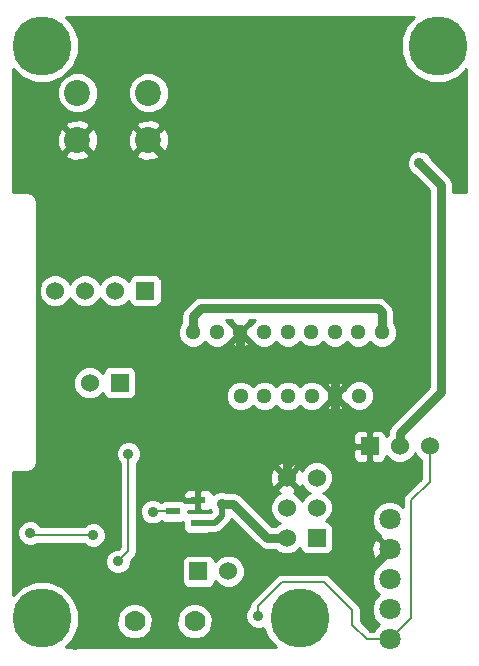
<source format=gbl>
G04 (created by PCBNEW (2013-03-19 BZR 4004)-stable) date 27/05/2013 10:57:22*
%MOIN*%
G04 Gerber Fmt 3.4, Leading zero omitted, Abs format*
%FSLAX34Y34*%
G01*
G70*
G90*
G04 APERTURE LIST*
%ADD10C,2.3622e-006*%
%ADD11C,0.0512*%
%ADD12C,0.0866*%
%ADD13R,0.06X0.06*%
%ADD14C,0.06*%
%ADD15C,0.1969*%
%ADD16C,0.07*%
%ADD17C,0.0708661*%
%ADD18R,0.0512X0.0236*%
%ADD19C,0.035*%
%ADD20C,0.0295*%
%ADD21C,0.0197*%
%ADD22C,0.008*%
%ADD23C,0.01*%
G04 APERTURE END LIST*
G54D10*
G54D11*
X47460Y-35656D03*
X46673Y-35656D03*
X45885Y-35656D03*
X48247Y-35656D03*
X49035Y-35656D03*
X49822Y-35646D03*
G54D12*
X42803Y-25555D03*
X42803Y-27129D03*
X40441Y-25555D03*
X40441Y-27129D03*
G54D13*
X48410Y-40390D03*
G54D14*
X47410Y-40390D03*
X48410Y-39390D03*
X47410Y-39390D03*
X48410Y-38390D03*
X47410Y-38390D03*
G54D15*
X52449Y-23980D03*
X47842Y-43074D03*
X39256Y-43074D03*
X39260Y-23980D03*
G54D16*
X42342Y-43172D03*
X44342Y-43172D03*
G54D13*
X44470Y-41500D03*
G54D14*
X45470Y-41500D03*
G54D13*
X42694Y-32152D03*
G54D14*
X41694Y-32152D03*
X40694Y-32152D03*
X39694Y-32152D03*
G54D11*
X45871Y-33540D03*
X45084Y-33540D03*
X44296Y-33540D03*
X46658Y-33540D03*
X47446Y-33540D03*
X48233Y-33530D03*
X49016Y-33540D03*
X49804Y-33540D03*
X50591Y-33540D03*
G54D13*
X41842Y-35218D03*
G54D14*
X40842Y-35218D03*
G54D13*
X50178Y-37332D03*
G54D14*
X51178Y-37332D03*
X52178Y-37332D03*
G54D17*
X50850Y-41770D03*
X50850Y-42770D03*
X50850Y-43770D03*
X50850Y-40770D03*
X50850Y-39770D03*
G54D18*
X43631Y-39508D03*
X44457Y-39883D03*
X44457Y-39133D03*
G54D19*
X45246Y-39244D03*
X51840Y-27900D03*
X38864Y-40222D03*
X40962Y-40296D03*
X46462Y-42988D03*
X42140Y-37584D03*
X41788Y-41174D03*
X43624Y-38340D03*
X43950Y-32210D03*
X50620Y-36370D03*
X38414Y-40870D03*
X46530Y-43870D03*
X46362Y-41244D03*
X43570Y-33800D03*
X41270Y-34050D03*
X39536Y-37786D03*
X49016Y-31328D03*
X51740Y-31710D03*
X46350Y-26170D03*
X47280Y-27030D03*
X45570Y-27050D03*
X47180Y-25350D03*
X45570Y-25330D03*
X40370Y-43954D03*
X41664Y-37836D03*
X41126Y-41494D03*
X44220Y-28020D03*
X42946Y-39516D03*
G54D20*
X50591Y-33540D02*
X50591Y-32871D01*
X50591Y-32871D02*
X50460Y-32740D01*
X50460Y-32740D02*
X44560Y-32740D01*
X44560Y-32740D02*
X44296Y-33004D01*
X44296Y-33004D02*
X44296Y-33540D01*
G54D21*
X44457Y-39883D02*
X45021Y-39883D01*
X45246Y-39658D02*
X45246Y-39244D01*
X45021Y-39883D02*
X45246Y-39658D01*
G54D20*
X46760Y-40390D02*
X45614Y-39244D01*
X47410Y-40390D02*
X46760Y-40390D01*
X45614Y-39244D02*
X45246Y-39244D01*
X52560Y-35520D02*
X51178Y-36902D01*
X52560Y-28620D02*
X51840Y-27900D01*
X52560Y-35520D02*
X52560Y-28620D01*
X51178Y-36902D02*
X51178Y-37332D01*
G54D22*
X38864Y-40222D02*
X38938Y-40296D01*
X38938Y-40296D02*
X40962Y-40296D01*
X51570Y-39138D02*
X52178Y-38530D01*
X52178Y-38530D02*
X52178Y-37332D01*
X50850Y-43770D02*
X51570Y-43050D01*
X51570Y-43050D02*
X51570Y-39138D01*
X51570Y-39138D02*
X51570Y-39136D01*
X47250Y-41868D02*
X48028Y-41868D01*
X46462Y-42656D02*
X47250Y-41868D01*
X46462Y-42988D02*
X46462Y-42656D01*
X50084Y-43770D02*
X50850Y-43770D01*
X49596Y-43282D02*
X50084Y-43770D01*
X49596Y-42806D02*
X49596Y-43282D01*
X48658Y-41868D02*
X49596Y-42806D01*
X48028Y-41868D02*
X48658Y-41868D01*
X42140Y-40822D02*
X42140Y-37584D01*
X41788Y-41174D02*
X42140Y-40822D01*
G54D21*
X44457Y-39133D02*
X44457Y-38613D01*
X44184Y-38340D02*
X43624Y-38340D01*
X44457Y-38613D02*
X44184Y-38340D01*
G54D20*
X40662Y-40870D02*
X41126Y-41334D01*
X40662Y-40870D02*
X38414Y-40870D01*
X41126Y-41334D02*
X41126Y-41494D01*
X45320Y-42350D02*
X45320Y-43088D01*
X41126Y-41910D02*
X41566Y-42350D01*
X41566Y-42350D02*
X45320Y-42350D01*
X41126Y-41494D02*
X41126Y-41910D01*
X46102Y-43870D02*
X46530Y-43870D01*
X45320Y-43088D02*
X46102Y-43870D01*
X50348Y-41272D02*
X50850Y-40770D01*
X46390Y-41272D02*
X50348Y-41272D01*
X46362Y-41244D02*
X46390Y-41272D01*
X43570Y-34500D02*
X43570Y-33800D01*
X42386Y-34500D02*
X43570Y-34500D01*
X43570Y-34500D02*
X45712Y-34500D01*
X45712Y-34500D02*
X45871Y-34341D01*
X44220Y-28020D02*
X43694Y-28020D01*
X43694Y-28020D02*
X42803Y-27129D01*
X41260Y-34500D02*
X41260Y-34060D01*
X41260Y-34060D02*
X41270Y-34050D01*
X40148Y-34500D02*
X41260Y-34500D01*
X41260Y-34500D02*
X42386Y-34500D01*
X39536Y-35112D02*
X40148Y-34500D01*
X39536Y-37786D02*
X39536Y-35112D01*
X49016Y-31328D02*
X51358Y-31328D01*
X51358Y-31328D02*
X51740Y-31710D01*
X41126Y-41494D02*
X41126Y-43198D01*
X41126Y-43198D02*
X40370Y-43954D01*
X42386Y-34496D02*
X42386Y-34500D01*
X44200Y-28000D02*
X44220Y-28020D01*
X47410Y-38390D02*
X47410Y-37942D01*
X49035Y-36631D02*
X49035Y-35656D01*
X48526Y-37140D02*
X49035Y-36631D01*
X48212Y-37140D02*
X48526Y-37140D01*
X47410Y-37942D02*
X48212Y-37140D01*
X49035Y-35656D02*
X49035Y-34815D01*
X49035Y-34815D02*
X48910Y-34690D01*
X48910Y-34690D02*
X46220Y-34690D01*
X46220Y-34690D02*
X45871Y-34341D01*
X45871Y-34341D02*
X45871Y-33540D01*
G54D22*
X43631Y-39508D02*
X42954Y-39508D01*
X42954Y-39508D02*
X42946Y-39516D01*
G54D10*
G36*
X53403Y-28871D02*
X52957Y-28871D01*
X52957Y-28620D01*
X52957Y-28619D01*
X52927Y-28467D01*
X52927Y-28467D01*
X52898Y-28425D01*
X52841Y-28338D01*
X52841Y-28338D01*
X52227Y-27725D01*
X52200Y-27659D01*
X52081Y-27539D01*
X51924Y-27475D01*
X51755Y-27474D01*
X51599Y-27539D01*
X51479Y-27658D01*
X51415Y-27815D01*
X51414Y-27984D01*
X51479Y-28140D01*
X51598Y-28260D01*
X51665Y-28287D01*
X52162Y-28784D01*
X52162Y-35355D01*
X51097Y-36420D01*
X51097Y-33439D01*
X51020Y-33253D01*
X50989Y-33221D01*
X50989Y-32871D01*
X50963Y-32744D01*
X50958Y-32719D01*
X50958Y-32719D01*
X50872Y-32590D01*
X50741Y-32458D01*
X50612Y-32372D01*
X50586Y-32367D01*
X50460Y-32342D01*
X44560Y-32342D01*
X44433Y-32367D01*
X44407Y-32372D01*
X44278Y-32458D01*
X44014Y-32722D01*
X43928Y-32851D01*
X43923Y-32877D01*
X43898Y-33004D01*
X43898Y-33221D01*
X43867Y-33253D01*
X43790Y-33438D01*
X43789Y-33640D01*
X43866Y-33826D01*
X44009Y-33968D01*
X44194Y-34045D01*
X44396Y-34046D01*
X44582Y-33969D01*
X44690Y-33861D01*
X44797Y-33968D01*
X44982Y-34045D01*
X45184Y-34046D01*
X45370Y-33969D01*
X45512Y-33827D01*
X45514Y-33822D01*
X45516Y-33823D01*
X45800Y-33540D01*
X45516Y-33256D01*
X45514Y-33257D01*
X45513Y-33253D01*
X45397Y-33137D01*
X45599Y-33137D01*
X45587Y-33185D01*
X45871Y-33469D01*
X46154Y-33185D01*
X46142Y-33137D01*
X46344Y-33137D01*
X46229Y-33253D01*
X46227Y-33257D01*
X46225Y-33256D01*
X45941Y-33540D01*
X46225Y-33823D01*
X46227Y-33822D01*
X46228Y-33826D01*
X46371Y-33968D01*
X46556Y-34045D01*
X46758Y-34046D01*
X46944Y-33969D01*
X47052Y-33861D01*
X47159Y-33968D01*
X47344Y-34045D01*
X47546Y-34046D01*
X47732Y-33969D01*
X47844Y-33857D01*
X47946Y-33958D01*
X48131Y-34035D01*
X48333Y-34036D01*
X48519Y-33959D01*
X48620Y-33858D01*
X48729Y-33968D01*
X48915Y-34045D01*
X49117Y-34046D01*
X49303Y-33969D01*
X49410Y-33861D01*
X49517Y-33968D01*
X49703Y-34045D01*
X49904Y-34046D01*
X50090Y-33969D01*
X50198Y-33861D01*
X50304Y-33968D01*
X50490Y-34045D01*
X50691Y-34046D01*
X50877Y-33969D01*
X51020Y-33827D01*
X51097Y-33641D01*
X51097Y-33439D01*
X51097Y-36420D01*
X50896Y-36620D01*
X50810Y-36749D01*
X50805Y-36775D01*
X50780Y-36902D01*
X50780Y-36951D01*
X50727Y-37004D01*
X50727Y-36982D01*
X50689Y-36890D01*
X50619Y-36819D01*
X50527Y-36781D01*
X50328Y-36781D01*
X50328Y-35545D01*
X50251Y-35359D01*
X50109Y-35217D01*
X49923Y-35140D01*
X49721Y-35139D01*
X49535Y-35216D01*
X49393Y-35359D01*
X49386Y-35375D01*
X49318Y-35443D01*
X49318Y-35301D01*
X49296Y-35211D01*
X49106Y-35145D01*
X48905Y-35156D01*
X48773Y-35211D01*
X48751Y-35301D01*
X49035Y-35585D01*
X49318Y-35301D01*
X49318Y-35443D01*
X49105Y-35656D01*
X49389Y-35939D01*
X49397Y-35937D01*
X49535Y-36074D01*
X49720Y-36151D01*
X49922Y-36152D01*
X50108Y-36075D01*
X50250Y-35933D01*
X50327Y-35747D01*
X50328Y-35545D01*
X50328Y-36781D01*
X50290Y-36782D01*
X50228Y-36844D01*
X50228Y-37282D01*
X50235Y-37282D01*
X50235Y-37382D01*
X50228Y-37382D01*
X50228Y-37819D01*
X50290Y-37882D01*
X50527Y-37882D01*
X50619Y-37844D01*
X50689Y-37773D01*
X50727Y-37681D01*
X50727Y-37659D01*
X50866Y-37797D01*
X51068Y-37881D01*
X51286Y-37882D01*
X51489Y-37798D01*
X51643Y-37643D01*
X51677Y-37562D01*
X51711Y-37643D01*
X51866Y-37797D01*
X51888Y-37807D01*
X51888Y-38409D01*
X51370Y-38926D01*
X51364Y-38930D01*
X51302Y-39025D01*
X51280Y-39136D01*
X51280Y-39138D01*
X51280Y-39345D01*
X51192Y-39257D01*
X50970Y-39165D01*
X50730Y-39165D01*
X50508Y-39257D01*
X50337Y-39427D01*
X50245Y-39649D01*
X50245Y-39889D01*
X50337Y-40111D01*
X50507Y-40282D01*
X50515Y-40285D01*
X50495Y-40344D01*
X50850Y-40699D01*
X50855Y-40693D01*
X50926Y-40764D01*
X50920Y-40770D01*
X50926Y-40775D01*
X50855Y-40846D01*
X50850Y-40840D01*
X50779Y-40911D01*
X50779Y-40770D01*
X50424Y-40415D01*
X50323Y-40449D01*
X50241Y-40675D01*
X50251Y-40915D01*
X50323Y-41090D01*
X50424Y-41124D01*
X50779Y-40770D01*
X50779Y-40911D01*
X50495Y-41195D01*
X50515Y-41254D01*
X50508Y-41257D01*
X50337Y-41427D01*
X50245Y-41649D01*
X50245Y-41889D01*
X50337Y-42111D01*
X50495Y-42270D01*
X50337Y-42427D01*
X50245Y-42649D01*
X50245Y-42889D01*
X50337Y-43111D01*
X50495Y-43270D01*
X50337Y-43427D01*
X50316Y-43480D01*
X50204Y-43480D01*
X50128Y-43403D01*
X50128Y-37819D01*
X50128Y-37382D01*
X50128Y-37282D01*
X50128Y-36844D01*
X50065Y-36782D01*
X49828Y-36781D01*
X49736Y-36819D01*
X49666Y-36890D01*
X49628Y-36982D01*
X49627Y-37081D01*
X49628Y-37219D01*
X49690Y-37282D01*
X50128Y-37282D01*
X50128Y-37382D01*
X49690Y-37382D01*
X49628Y-37444D01*
X49627Y-37582D01*
X49628Y-37681D01*
X49666Y-37773D01*
X49736Y-37844D01*
X49828Y-37882D01*
X50065Y-37882D01*
X50128Y-37819D01*
X50128Y-43403D01*
X49886Y-43161D01*
X49886Y-42806D01*
X49863Y-42695D01*
X49801Y-42600D01*
X49318Y-42118D01*
X49318Y-36010D01*
X49035Y-35726D01*
X48964Y-35797D01*
X48964Y-35656D01*
X48680Y-35372D01*
X48677Y-35373D01*
X48676Y-35369D01*
X48534Y-35227D01*
X48348Y-35150D01*
X48146Y-35149D01*
X47960Y-35226D01*
X47853Y-35333D01*
X47747Y-35227D01*
X47561Y-35150D01*
X47359Y-35149D01*
X47173Y-35226D01*
X47066Y-35333D01*
X46960Y-35227D01*
X46774Y-35150D01*
X46572Y-35149D01*
X46386Y-35226D01*
X46278Y-35334D01*
X46172Y-35227D01*
X46154Y-35219D01*
X46154Y-33894D01*
X45871Y-33610D01*
X45587Y-33894D01*
X45609Y-33984D01*
X45799Y-34050D01*
X46000Y-34039D01*
X46132Y-33984D01*
X46154Y-33894D01*
X46154Y-35219D01*
X45986Y-35150D01*
X45784Y-35149D01*
X45598Y-35226D01*
X45456Y-35369D01*
X45379Y-35554D01*
X45378Y-35756D01*
X45455Y-35942D01*
X45598Y-36084D01*
X45783Y-36161D01*
X45985Y-36162D01*
X46171Y-36085D01*
X46279Y-35977D01*
X46386Y-36084D01*
X46571Y-36161D01*
X46773Y-36162D01*
X46959Y-36085D01*
X47066Y-35978D01*
X47173Y-36084D01*
X47358Y-36161D01*
X47560Y-36162D01*
X47746Y-36085D01*
X47853Y-35978D01*
X47960Y-36084D01*
X48145Y-36161D01*
X48347Y-36162D01*
X48533Y-36085D01*
X48675Y-35943D01*
X48677Y-35938D01*
X48680Y-35939D01*
X48964Y-35656D01*
X48964Y-35797D01*
X48751Y-36010D01*
X48773Y-36100D01*
X48963Y-36166D01*
X49164Y-36155D01*
X49296Y-36100D01*
X49318Y-36010D01*
X49318Y-42118D01*
X48960Y-41759D01*
X48960Y-39281D01*
X48876Y-39078D01*
X48721Y-38924D01*
X48640Y-38890D01*
X48721Y-38856D01*
X48875Y-38701D01*
X48959Y-38499D01*
X48960Y-38281D01*
X48876Y-38078D01*
X48721Y-37924D01*
X48519Y-37840D01*
X48301Y-37839D01*
X48098Y-37923D01*
X47944Y-38078D01*
X47912Y-38153D01*
X47891Y-38102D01*
X47795Y-38074D01*
X47725Y-38145D01*
X47725Y-38004D01*
X47697Y-37908D01*
X47491Y-37835D01*
X47273Y-37846D01*
X47122Y-37908D01*
X47094Y-38004D01*
X47410Y-38319D01*
X47725Y-38004D01*
X47725Y-38145D01*
X47480Y-38390D01*
X47795Y-38705D01*
X47891Y-38677D01*
X47910Y-38622D01*
X47943Y-38701D01*
X48098Y-38855D01*
X48179Y-38889D01*
X48098Y-38923D01*
X47944Y-39078D01*
X47910Y-39159D01*
X47876Y-39078D01*
X47721Y-38924D01*
X47646Y-38892D01*
X47697Y-38871D01*
X47725Y-38775D01*
X47410Y-38460D01*
X47339Y-38531D01*
X47339Y-38390D01*
X47024Y-38074D01*
X46928Y-38102D01*
X46855Y-38308D01*
X46866Y-38526D01*
X46928Y-38677D01*
X47024Y-38705D01*
X47339Y-38390D01*
X47339Y-38531D01*
X47094Y-38775D01*
X47122Y-38871D01*
X47177Y-38890D01*
X47098Y-38923D01*
X46944Y-39078D01*
X46860Y-39280D01*
X46859Y-39498D01*
X46943Y-39701D01*
X47098Y-39855D01*
X47179Y-39889D01*
X47098Y-39923D01*
X47029Y-39992D01*
X46924Y-39992D01*
X45895Y-38962D01*
X45766Y-38876D01*
X45740Y-38871D01*
X45614Y-38846D01*
X45396Y-38846D01*
X45330Y-38819D01*
X45161Y-38818D01*
X45005Y-38883D01*
X44951Y-38937D01*
X44925Y-38873D01*
X44854Y-38803D01*
X44762Y-38765D01*
X44663Y-38764D01*
X44569Y-38765D01*
X44507Y-38827D01*
X44507Y-39083D01*
X44514Y-39083D01*
X44514Y-39183D01*
X44507Y-39183D01*
X44507Y-39438D01*
X44569Y-39501D01*
X44663Y-39501D01*
X44762Y-39500D01*
X44854Y-39462D01*
X44870Y-39447D01*
X44885Y-39484D01*
X44897Y-39496D01*
X44897Y-39513D01*
X44876Y-39534D01*
X44809Y-39534D01*
X44762Y-39515D01*
X44663Y-39514D01*
X44151Y-39514D01*
X44137Y-39520D01*
X44137Y-39495D01*
X44151Y-39500D01*
X44250Y-39501D01*
X44344Y-39501D01*
X44407Y-39438D01*
X44407Y-39183D01*
X44407Y-39083D01*
X44407Y-38827D01*
X44344Y-38765D01*
X44250Y-38764D01*
X44151Y-38765D01*
X44059Y-38803D01*
X43988Y-38873D01*
X43950Y-38965D01*
X43951Y-39020D01*
X44013Y-39083D01*
X44407Y-39083D01*
X44407Y-39183D01*
X44033Y-39183D01*
X44028Y-39178D01*
X43936Y-39140D01*
X43837Y-39139D01*
X43490Y-39139D01*
X43490Y-27242D01*
X43486Y-27121D01*
X43486Y-25419D01*
X43382Y-25168D01*
X43190Y-24976D01*
X42939Y-24872D01*
X42667Y-24871D01*
X42416Y-24975D01*
X42224Y-25167D01*
X42120Y-25418D01*
X42119Y-25690D01*
X42223Y-25941D01*
X42415Y-26133D01*
X42666Y-26237D01*
X42938Y-26238D01*
X43189Y-26134D01*
X43381Y-25942D01*
X43485Y-25691D01*
X43486Y-25419D01*
X43486Y-27121D01*
X43481Y-26970D01*
X43394Y-26761D01*
X43285Y-26717D01*
X43214Y-26788D01*
X43214Y-26646D01*
X43170Y-26537D01*
X42916Y-26441D01*
X42644Y-26450D01*
X42435Y-26537D01*
X42391Y-26646D01*
X42803Y-27058D01*
X43214Y-26646D01*
X43214Y-26788D01*
X42873Y-27129D01*
X43285Y-27540D01*
X43394Y-27496D01*
X43490Y-27242D01*
X43490Y-39139D01*
X43325Y-39139D01*
X43244Y-39173D01*
X43244Y-32402D01*
X43244Y-31802D01*
X43214Y-31730D01*
X43214Y-27611D01*
X42803Y-27199D01*
X42732Y-27270D01*
X42732Y-27129D01*
X42320Y-26717D01*
X42211Y-26761D01*
X42115Y-27015D01*
X42124Y-27287D01*
X42211Y-27496D01*
X42320Y-27540D01*
X42732Y-27129D01*
X42732Y-27270D01*
X42391Y-27611D01*
X42435Y-27720D01*
X42689Y-27816D01*
X42961Y-27807D01*
X43170Y-27720D01*
X43214Y-27611D01*
X43214Y-31730D01*
X43206Y-31710D01*
X43135Y-31640D01*
X43043Y-31602D01*
X42944Y-31601D01*
X42344Y-31601D01*
X42252Y-31639D01*
X42182Y-31710D01*
X42144Y-31802D01*
X42144Y-31824D01*
X42005Y-31686D01*
X41803Y-31602D01*
X41585Y-31601D01*
X41382Y-31685D01*
X41228Y-31840D01*
X41194Y-31921D01*
X41160Y-31840D01*
X41128Y-31808D01*
X41128Y-27242D01*
X41124Y-27121D01*
X41124Y-25419D01*
X41020Y-25168D01*
X40828Y-24976D01*
X40577Y-24872D01*
X40305Y-24871D01*
X40054Y-24975D01*
X39862Y-25167D01*
X39758Y-25418D01*
X39757Y-25690D01*
X39861Y-25941D01*
X40053Y-26133D01*
X40304Y-26237D01*
X40576Y-26238D01*
X40827Y-26134D01*
X41019Y-25942D01*
X41123Y-25691D01*
X41124Y-25419D01*
X41124Y-27121D01*
X41119Y-26970D01*
X41032Y-26761D01*
X40923Y-26717D01*
X40852Y-26788D01*
X40852Y-26646D01*
X40808Y-26537D01*
X40554Y-26441D01*
X40282Y-26450D01*
X40073Y-26537D01*
X40029Y-26646D01*
X40441Y-27058D01*
X40852Y-26646D01*
X40852Y-26788D01*
X40511Y-27129D01*
X40923Y-27540D01*
X41032Y-27496D01*
X41128Y-27242D01*
X41128Y-31808D01*
X41005Y-31686D01*
X40852Y-31622D01*
X40852Y-27611D01*
X40441Y-27199D01*
X40370Y-27270D01*
X40370Y-27129D01*
X39958Y-26717D01*
X39849Y-26761D01*
X39753Y-27015D01*
X39762Y-27287D01*
X39849Y-27496D01*
X39958Y-27540D01*
X40370Y-27129D01*
X40370Y-27270D01*
X40029Y-27611D01*
X40073Y-27720D01*
X40327Y-27816D01*
X40599Y-27807D01*
X40808Y-27720D01*
X40852Y-27611D01*
X40852Y-31622D01*
X40803Y-31602D01*
X40585Y-31601D01*
X40382Y-31685D01*
X40228Y-31840D01*
X40194Y-31921D01*
X40160Y-31840D01*
X40005Y-31686D01*
X39803Y-31602D01*
X39585Y-31601D01*
X39382Y-31685D01*
X39228Y-31840D01*
X39144Y-32042D01*
X39143Y-32260D01*
X39227Y-32463D01*
X39382Y-32617D01*
X39584Y-32701D01*
X39802Y-32702D01*
X40005Y-32618D01*
X40159Y-32463D01*
X40193Y-32382D01*
X40227Y-32463D01*
X40382Y-32617D01*
X40584Y-32701D01*
X40802Y-32702D01*
X41005Y-32618D01*
X41159Y-32463D01*
X41193Y-32382D01*
X41227Y-32463D01*
X41382Y-32617D01*
X41584Y-32701D01*
X41802Y-32702D01*
X42005Y-32618D01*
X42143Y-32479D01*
X42143Y-32501D01*
X42181Y-32593D01*
X42252Y-32663D01*
X42344Y-32701D01*
X42443Y-32702D01*
X43043Y-32702D01*
X43135Y-32664D01*
X43205Y-32593D01*
X43243Y-32501D01*
X43244Y-32402D01*
X43244Y-39173D01*
X43233Y-39177D01*
X43221Y-39190D01*
X43187Y-39155D01*
X43030Y-39091D01*
X42861Y-39090D01*
X42705Y-39155D01*
X42585Y-39274D01*
X42565Y-39325D01*
X42565Y-37499D01*
X42500Y-37343D01*
X42392Y-37234D01*
X42392Y-35468D01*
X42392Y-34868D01*
X42354Y-34776D01*
X42283Y-34706D01*
X42191Y-34668D01*
X42092Y-34667D01*
X41492Y-34667D01*
X41400Y-34705D01*
X41330Y-34776D01*
X41292Y-34868D01*
X41292Y-34890D01*
X41153Y-34752D01*
X40951Y-34668D01*
X40733Y-34667D01*
X40530Y-34751D01*
X40376Y-34906D01*
X40292Y-35108D01*
X40291Y-35326D01*
X40375Y-35529D01*
X40530Y-35683D01*
X40732Y-35767D01*
X40950Y-35768D01*
X41153Y-35684D01*
X41291Y-35545D01*
X41291Y-35567D01*
X41329Y-35659D01*
X41400Y-35729D01*
X41492Y-35767D01*
X41591Y-35768D01*
X42191Y-35768D01*
X42283Y-35730D01*
X42353Y-35659D01*
X42391Y-35567D01*
X42392Y-35468D01*
X42392Y-37234D01*
X42381Y-37223D01*
X42224Y-37159D01*
X42055Y-37158D01*
X41899Y-37223D01*
X41779Y-37342D01*
X41715Y-37499D01*
X41714Y-37668D01*
X41779Y-37824D01*
X41850Y-37895D01*
X41850Y-40701D01*
X41802Y-40749D01*
X41703Y-40748D01*
X41547Y-40813D01*
X41427Y-40932D01*
X41387Y-41031D01*
X41387Y-40211D01*
X41322Y-40055D01*
X41203Y-39935D01*
X41046Y-39871D01*
X40877Y-39870D01*
X40721Y-39935D01*
X40650Y-40006D01*
X39234Y-40006D01*
X39224Y-39981D01*
X39105Y-39861D01*
X38948Y-39797D01*
X38779Y-39796D01*
X38623Y-39861D01*
X38503Y-39980D01*
X38439Y-40137D01*
X38438Y-40306D01*
X38503Y-40462D01*
X38622Y-40582D01*
X38779Y-40646D01*
X38948Y-40647D01*
X39095Y-40586D01*
X40650Y-40586D01*
X40720Y-40656D01*
X40877Y-40720D01*
X41046Y-40721D01*
X41202Y-40656D01*
X41322Y-40537D01*
X41386Y-40380D01*
X41387Y-40211D01*
X41387Y-41031D01*
X41363Y-41089D01*
X41362Y-41258D01*
X41427Y-41414D01*
X41546Y-41534D01*
X41703Y-41598D01*
X41872Y-41599D01*
X42028Y-41534D01*
X42148Y-41415D01*
X42212Y-41258D01*
X42213Y-41159D01*
X42345Y-41027D01*
X42407Y-40932D01*
X42430Y-40822D01*
X42430Y-37895D01*
X42500Y-37825D01*
X42564Y-37668D01*
X42565Y-37499D01*
X42565Y-39325D01*
X42521Y-39431D01*
X42520Y-39600D01*
X42585Y-39756D01*
X42704Y-39876D01*
X42861Y-39940D01*
X43030Y-39941D01*
X43186Y-39876D01*
X43229Y-39833D01*
X43233Y-39837D01*
X43325Y-39875D01*
X43424Y-39876D01*
X43936Y-39876D01*
X43950Y-39870D01*
X43950Y-40050D01*
X43988Y-40142D01*
X44059Y-40212D01*
X44151Y-40250D01*
X44250Y-40251D01*
X44762Y-40251D01*
X44809Y-40231D01*
X45021Y-40231D01*
X45154Y-40204D01*
X45154Y-40204D01*
X45267Y-40129D01*
X45492Y-39904D01*
X45567Y-39791D01*
X45567Y-39791D01*
X45573Y-39765D01*
X46478Y-40671D01*
X46478Y-40671D01*
X46565Y-40728D01*
X46607Y-40757D01*
X46607Y-40757D01*
X46760Y-40787D01*
X47029Y-40787D01*
X47098Y-40855D01*
X47300Y-40939D01*
X47518Y-40940D01*
X47721Y-40856D01*
X47859Y-40717D01*
X47859Y-40739D01*
X47897Y-40831D01*
X47968Y-40901D01*
X48060Y-40939D01*
X48159Y-40940D01*
X48759Y-40940D01*
X48851Y-40902D01*
X48921Y-40831D01*
X48959Y-40739D01*
X48960Y-40640D01*
X48960Y-40040D01*
X48922Y-39948D01*
X48851Y-39878D01*
X48759Y-39840D01*
X48737Y-39840D01*
X48875Y-39701D01*
X48959Y-39499D01*
X48960Y-39281D01*
X48960Y-41759D01*
X48863Y-41662D01*
X48768Y-41600D01*
X48658Y-41578D01*
X48028Y-41578D01*
X47250Y-41578D01*
X47249Y-41578D01*
X47139Y-41600D01*
X47044Y-41662D01*
X47044Y-41662D01*
X46256Y-42450D01*
X46194Y-42545D01*
X46172Y-42656D01*
X46172Y-42676D01*
X46101Y-42746D01*
X46037Y-42903D01*
X46036Y-43072D01*
X46101Y-43228D01*
X46220Y-43348D01*
X46377Y-43412D01*
X46546Y-43413D01*
X46631Y-43377D01*
X46794Y-43772D01*
X47051Y-44029D01*
X46020Y-44029D01*
X46020Y-41391D01*
X45936Y-41188D01*
X45781Y-41034D01*
X45579Y-40950D01*
X45361Y-40949D01*
X45158Y-41033D01*
X45020Y-41172D01*
X45020Y-41150D01*
X44982Y-41058D01*
X44911Y-40988D01*
X44819Y-40950D01*
X44720Y-40949D01*
X44120Y-40949D01*
X44028Y-40987D01*
X43958Y-41058D01*
X43920Y-41150D01*
X43919Y-41249D01*
X43919Y-41849D01*
X43957Y-41941D01*
X44028Y-42011D01*
X44120Y-42049D01*
X44219Y-42050D01*
X44819Y-42050D01*
X44911Y-42012D01*
X44981Y-41941D01*
X45019Y-41849D01*
X45019Y-41827D01*
X45158Y-41965D01*
X45360Y-42049D01*
X45578Y-42050D01*
X45781Y-41966D01*
X45935Y-41811D01*
X46019Y-41609D01*
X46020Y-41391D01*
X46020Y-44029D01*
X44942Y-44029D01*
X44942Y-43053D01*
X44850Y-42832D01*
X44682Y-42663D01*
X44461Y-42572D01*
X44223Y-42571D01*
X44002Y-42663D01*
X43833Y-42831D01*
X43742Y-43052D01*
X43741Y-43290D01*
X43833Y-43511D01*
X44001Y-43680D01*
X44222Y-43771D01*
X44460Y-43772D01*
X44681Y-43680D01*
X44850Y-43512D01*
X44941Y-43291D01*
X44942Y-43053D01*
X44942Y-44029D01*
X42942Y-44029D01*
X42942Y-43053D01*
X42850Y-42832D01*
X42682Y-42663D01*
X42461Y-42572D01*
X42223Y-42571D01*
X42002Y-42663D01*
X41833Y-42831D01*
X41742Y-43052D01*
X41741Y-43290D01*
X41833Y-43511D01*
X42001Y-43680D01*
X42222Y-43771D01*
X42460Y-43772D01*
X42681Y-43680D01*
X42850Y-43512D01*
X42941Y-43291D01*
X42942Y-43053D01*
X42942Y-44029D01*
X40046Y-44029D01*
X40301Y-43774D01*
X40490Y-43320D01*
X40490Y-42829D01*
X40303Y-42375D01*
X39956Y-42028D01*
X39502Y-41839D01*
X39011Y-41839D01*
X38557Y-42026D01*
X38305Y-42279D01*
X38305Y-38183D01*
X38767Y-38183D01*
X38891Y-38158D01*
X38996Y-38087D01*
X39067Y-37982D01*
X39092Y-37858D01*
X39092Y-29196D01*
X39067Y-29071D01*
X38996Y-28966D01*
X38891Y-28895D01*
X38767Y-28871D01*
X38305Y-28871D01*
X38305Y-24770D01*
X38559Y-25025D01*
X39013Y-25214D01*
X39504Y-25214D01*
X39958Y-25027D01*
X40305Y-24680D01*
X40494Y-24226D01*
X40494Y-23735D01*
X40307Y-23281D01*
X40050Y-23025D01*
X51658Y-23025D01*
X51403Y-23279D01*
X51214Y-23733D01*
X51214Y-24224D01*
X51401Y-24678D01*
X51748Y-25025D01*
X52202Y-25214D01*
X52693Y-25214D01*
X53147Y-25027D01*
X53403Y-24771D01*
X53403Y-28871D01*
X53403Y-28871D01*
G37*
G54D23*
X53403Y-28871D02*
X52957Y-28871D01*
X52957Y-28620D01*
X52957Y-28619D01*
X52927Y-28467D01*
X52927Y-28467D01*
X52898Y-28425D01*
X52841Y-28338D01*
X52841Y-28338D01*
X52227Y-27725D01*
X52200Y-27659D01*
X52081Y-27539D01*
X51924Y-27475D01*
X51755Y-27474D01*
X51599Y-27539D01*
X51479Y-27658D01*
X51415Y-27815D01*
X51414Y-27984D01*
X51479Y-28140D01*
X51598Y-28260D01*
X51665Y-28287D01*
X52162Y-28784D01*
X52162Y-35355D01*
X51097Y-36420D01*
X51097Y-33439D01*
X51020Y-33253D01*
X50989Y-33221D01*
X50989Y-32871D01*
X50963Y-32744D01*
X50958Y-32719D01*
X50958Y-32719D01*
X50872Y-32590D01*
X50741Y-32458D01*
X50612Y-32372D01*
X50586Y-32367D01*
X50460Y-32342D01*
X44560Y-32342D01*
X44433Y-32367D01*
X44407Y-32372D01*
X44278Y-32458D01*
X44014Y-32722D01*
X43928Y-32851D01*
X43923Y-32877D01*
X43898Y-33004D01*
X43898Y-33221D01*
X43867Y-33253D01*
X43790Y-33438D01*
X43789Y-33640D01*
X43866Y-33826D01*
X44009Y-33968D01*
X44194Y-34045D01*
X44396Y-34046D01*
X44582Y-33969D01*
X44690Y-33861D01*
X44797Y-33968D01*
X44982Y-34045D01*
X45184Y-34046D01*
X45370Y-33969D01*
X45512Y-33827D01*
X45514Y-33822D01*
X45516Y-33823D01*
X45800Y-33540D01*
X45516Y-33256D01*
X45514Y-33257D01*
X45513Y-33253D01*
X45397Y-33137D01*
X45599Y-33137D01*
X45587Y-33185D01*
X45871Y-33469D01*
X46154Y-33185D01*
X46142Y-33137D01*
X46344Y-33137D01*
X46229Y-33253D01*
X46227Y-33257D01*
X46225Y-33256D01*
X45941Y-33540D01*
X46225Y-33823D01*
X46227Y-33822D01*
X46228Y-33826D01*
X46371Y-33968D01*
X46556Y-34045D01*
X46758Y-34046D01*
X46944Y-33969D01*
X47052Y-33861D01*
X47159Y-33968D01*
X47344Y-34045D01*
X47546Y-34046D01*
X47732Y-33969D01*
X47844Y-33857D01*
X47946Y-33958D01*
X48131Y-34035D01*
X48333Y-34036D01*
X48519Y-33959D01*
X48620Y-33858D01*
X48729Y-33968D01*
X48915Y-34045D01*
X49117Y-34046D01*
X49303Y-33969D01*
X49410Y-33861D01*
X49517Y-33968D01*
X49703Y-34045D01*
X49904Y-34046D01*
X50090Y-33969D01*
X50198Y-33861D01*
X50304Y-33968D01*
X50490Y-34045D01*
X50691Y-34046D01*
X50877Y-33969D01*
X51020Y-33827D01*
X51097Y-33641D01*
X51097Y-33439D01*
X51097Y-36420D01*
X50896Y-36620D01*
X50810Y-36749D01*
X50805Y-36775D01*
X50780Y-36902D01*
X50780Y-36951D01*
X50727Y-37004D01*
X50727Y-36982D01*
X50689Y-36890D01*
X50619Y-36819D01*
X50527Y-36781D01*
X50328Y-36781D01*
X50328Y-35545D01*
X50251Y-35359D01*
X50109Y-35217D01*
X49923Y-35140D01*
X49721Y-35139D01*
X49535Y-35216D01*
X49393Y-35359D01*
X49386Y-35375D01*
X49318Y-35443D01*
X49318Y-35301D01*
X49296Y-35211D01*
X49106Y-35145D01*
X48905Y-35156D01*
X48773Y-35211D01*
X48751Y-35301D01*
X49035Y-35585D01*
X49318Y-35301D01*
X49318Y-35443D01*
X49105Y-35656D01*
X49389Y-35939D01*
X49397Y-35937D01*
X49535Y-36074D01*
X49720Y-36151D01*
X49922Y-36152D01*
X50108Y-36075D01*
X50250Y-35933D01*
X50327Y-35747D01*
X50328Y-35545D01*
X50328Y-36781D01*
X50290Y-36782D01*
X50228Y-36844D01*
X50228Y-37282D01*
X50235Y-37282D01*
X50235Y-37382D01*
X50228Y-37382D01*
X50228Y-37819D01*
X50290Y-37882D01*
X50527Y-37882D01*
X50619Y-37844D01*
X50689Y-37773D01*
X50727Y-37681D01*
X50727Y-37659D01*
X50866Y-37797D01*
X51068Y-37881D01*
X51286Y-37882D01*
X51489Y-37798D01*
X51643Y-37643D01*
X51677Y-37562D01*
X51711Y-37643D01*
X51866Y-37797D01*
X51888Y-37807D01*
X51888Y-38409D01*
X51370Y-38926D01*
X51364Y-38930D01*
X51302Y-39025D01*
X51280Y-39136D01*
X51280Y-39138D01*
X51280Y-39345D01*
X51192Y-39257D01*
X50970Y-39165D01*
X50730Y-39165D01*
X50508Y-39257D01*
X50337Y-39427D01*
X50245Y-39649D01*
X50245Y-39889D01*
X50337Y-40111D01*
X50507Y-40282D01*
X50515Y-40285D01*
X50495Y-40344D01*
X50850Y-40699D01*
X50855Y-40693D01*
X50926Y-40764D01*
X50920Y-40770D01*
X50926Y-40775D01*
X50855Y-40846D01*
X50850Y-40840D01*
X50779Y-40911D01*
X50779Y-40770D01*
X50424Y-40415D01*
X50323Y-40449D01*
X50241Y-40675D01*
X50251Y-40915D01*
X50323Y-41090D01*
X50424Y-41124D01*
X50779Y-40770D01*
X50779Y-40911D01*
X50495Y-41195D01*
X50515Y-41254D01*
X50508Y-41257D01*
X50337Y-41427D01*
X50245Y-41649D01*
X50245Y-41889D01*
X50337Y-42111D01*
X50495Y-42270D01*
X50337Y-42427D01*
X50245Y-42649D01*
X50245Y-42889D01*
X50337Y-43111D01*
X50495Y-43270D01*
X50337Y-43427D01*
X50316Y-43480D01*
X50204Y-43480D01*
X50128Y-43403D01*
X50128Y-37819D01*
X50128Y-37382D01*
X50128Y-37282D01*
X50128Y-36844D01*
X50065Y-36782D01*
X49828Y-36781D01*
X49736Y-36819D01*
X49666Y-36890D01*
X49628Y-36982D01*
X49627Y-37081D01*
X49628Y-37219D01*
X49690Y-37282D01*
X50128Y-37282D01*
X50128Y-37382D01*
X49690Y-37382D01*
X49628Y-37444D01*
X49627Y-37582D01*
X49628Y-37681D01*
X49666Y-37773D01*
X49736Y-37844D01*
X49828Y-37882D01*
X50065Y-37882D01*
X50128Y-37819D01*
X50128Y-43403D01*
X49886Y-43161D01*
X49886Y-42806D01*
X49863Y-42695D01*
X49801Y-42600D01*
X49318Y-42118D01*
X49318Y-36010D01*
X49035Y-35726D01*
X48964Y-35797D01*
X48964Y-35656D01*
X48680Y-35372D01*
X48677Y-35373D01*
X48676Y-35369D01*
X48534Y-35227D01*
X48348Y-35150D01*
X48146Y-35149D01*
X47960Y-35226D01*
X47853Y-35333D01*
X47747Y-35227D01*
X47561Y-35150D01*
X47359Y-35149D01*
X47173Y-35226D01*
X47066Y-35333D01*
X46960Y-35227D01*
X46774Y-35150D01*
X46572Y-35149D01*
X46386Y-35226D01*
X46278Y-35334D01*
X46172Y-35227D01*
X46154Y-35219D01*
X46154Y-33894D01*
X45871Y-33610D01*
X45587Y-33894D01*
X45609Y-33984D01*
X45799Y-34050D01*
X46000Y-34039D01*
X46132Y-33984D01*
X46154Y-33894D01*
X46154Y-35219D01*
X45986Y-35150D01*
X45784Y-35149D01*
X45598Y-35226D01*
X45456Y-35369D01*
X45379Y-35554D01*
X45378Y-35756D01*
X45455Y-35942D01*
X45598Y-36084D01*
X45783Y-36161D01*
X45985Y-36162D01*
X46171Y-36085D01*
X46279Y-35977D01*
X46386Y-36084D01*
X46571Y-36161D01*
X46773Y-36162D01*
X46959Y-36085D01*
X47066Y-35978D01*
X47173Y-36084D01*
X47358Y-36161D01*
X47560Y-36162D01*
X47746Y-36085D01*
X47853Y-35978D01*
X47960Y-36084D01*
X48145Y-36161D01*
X48347Y-36162D01*
X48533Y-36085D01*
X48675Y-35943D01*
X48677Y-35938D01*
X48680Y-35939D01*
X48964Y-35656D01*
X48964Y-35797D01*
X48751Y-36010D01*
X48773Y-36100D01*
X48963Y-36166D01*
X49164Y-36155D01*
X49296Y-36100D01*
X49318Y-36010D01*
X49318Y-42118D01*
X48960Y-41759D01*
X48960Y-39281D01*
X48876Y-39078D01*
X48721Y-38924D01*
X48640Y-38890D01*
X48721Y-38856D01*
X48875Y-38701D01*
X48959Y-38499D01*
X48960Y-38281D01*
X48876Y-38078D01*
X48721Y-37924D01*
X48519Y-37840D01*
X48301Y-37839D01*
X48098Y-37923D01*
X47944Y-38078D01*
X47912Y-38153D01*
X47891Y-38102D01*
X47795Y-38074D01*
X47725Y-38145D01*
X47725Y-38004D01*
X47697Y-37908D01*
X47491Y-37835D01*
X47273Y-37846D01*
X47122Y-37908D01*
X47094Y-38004D01*
X47410Y-38319D01*
X47725Y-38004D01*
X47725Y-38145D01*
X47480Y-38390D01*
X47795Y-38705D01*
X47891Y-38677D01*
X47910Y-38622D01*
X47943Y-38701D01*
X48098Y-38855D01*
X48179Y-38889D01*
X48098Y-38923D01*
X47944Y-39078D01*
X47910Y-39159D01*
X47876Y-39078D01*
X47721Y-38924D01*
X47646Y-38892D01*
X47697Y-38871D01*
X47725Y-38775D01*
X47410Y-38460D01*
X47339Y-38531D01*
X47339Y-38390D01*
X47024Y-38074D01*
X46928Y-38102D01*
X46855Y-38308D01*
X46866Y-38526D01*
X46928Y-38677D01*
X47024Y-38705D01*
X47339Y-38390D01*
X47339Y-38531D01*
X47094Y-38775D01*
X47122Y-38871D01*
X47177Y-38890D01*
X47098Y-38923D01*
X46944Y-39078D01*
X46860Y-39280D01*
X46859Y-39498D01*
X46943Y-39701D01*
X47098Y-39855D01*
X47179Y-39889D01*
X47098Y-39923D01*
X47029Y-39992D01*
X46924Y-39992D01*
X45895Y-38962D01*
X45766Y-38876D01*
X45740Y-38871D01*
X45614Y-38846D01*
X45396Y-38846D01*
X45330Y-38819D01*
X45161Y-38818D01*
X45005Y-38883D01*
X44951Y-38937D01*
X44925Y-38873D01*
X44854Y-38803D01*
X44762Y-38765D01*
X44663Y-38764D01*
X44569Y-38765D01*
X44507Y-38827D01*
X44507Y-39083D01*
X44514Y-39083D01*
X44514Y-39183D01*
X44507Y-39183D01*
X44507Y-39438D01*
X44569Y-39501D01*
X44663Y-39501D01*
X44762Y-39500D01*
X44854Y-39462D01*
X44870Y-39447D01*
X44885Y-39484D01*
X44897Y-39496D01*
X44897Y-39513D01*
X44876Y-39534D01*
X44809Y-39534D01*
X44762Y-39515D01*
X44663Y-39514D01*
X44151Y-39514D01*
X44137Y-39520D01*
X44137Y-39495D01*
X44151Y-39500D01*
X44250Y-39501D01*
X44344Y-39501D01*
X44407Y-39438D01*
X44407Y-39183D01*
X44407Y-39083D01*
X44407Y-38827D01*
X44344Y-38765D01*
X44250Y-38764D01*
X44151Y-38765D01*
X44059Y-38803D01*
X43988Y-38873D01*
X43950Y-38965D01*
X43951Y-39020D01*
X44013Y-39083D01*
X44407Y-39083D01*
X44407Y-39183D01*
X44033Y-39183D01*
X44028Y-39178D01*
X43936Y-39140D01*
X43837Y-39139D01*
X43490Y-39139D01*
X43490Y-27242D01*
X43486Y-27121D01*
X43486Y-25419D01*
X43382Y-25168D01*
X43190Y-24976D01*
X42939Y-24872D01*
X42667Y-24871D01*
X42416Y-24975D01*
X42224Y-25167D01*
X42120Y-25418D01*
X42119Y-25690D01*
X42223Y-25941D01*
X42415Y-26133D01*
X42666Y-26237D01*
X42938Y-26238D01*
X43189Y-26134D01*
X43381Y-25942D01*
X43485Y-25691D01*
X43486Y-25419D01*
X43486Y-27121D01*
X43481Y-26970D01*
X43394Y-26761D01*
X43285Y-26717D01*
X43214Y-26788D01*
X43214Y-26646D01*
X43170Y-26537D01*
X42916Y-26441D01*
X42644Y-26450D01*
X42435Y-26537D01*
X42391Y-26646D01*
X42803Y-27058D01*
X43214Y-26646D01*
X43214Y-26788D01*
X42873Y-27129D01*
X43285Y-27540D01*
X43394Y-27496D01*
X43490Y-27242D01*
X43490Y-39139D01*
X43325Y-39139D01*
X43244Y-39173D01*
X43244Y-32402D01*
X43244Y-31802D01*
X43214Y-31730D01*
X43214Y-27611D01*
X42803Y-27199D01*
X42732Y-27270D01*
X42732Y-27129D01*
X42320Y-26717D01*
X42211Y-26761D01*
X42115Y-27015D01*
X42124Y-27287D01*
X42211Y-27496D01*
X42320Y-27540D01*
X42732Y-27129D01*
X42732Y-27270D01*
X42391Y-27611D01*
X42435Y-27720D01*
X42689Y-27816D01*
X42961Y-27807D01*
X43170Y-27720D01*
X43214Y-27611D01*
X43214Y-31730D01*
X43206Y-31710D01*
X43135Y-31640D01*
X43043Y-31602D01*
X42944Y-31601D01*
X42344Y-31601D01*
X42252Y-31639D01*
X42182Y-31710D01*
X42144Y-31802D01*
X42144Y-31824D01*
X42005Y-31686D01*
X41803Y-31602D01*
X41585Y-31601D01*
X41382Y-31685D01*
X41228Y-31840D01*
X41194Y-31921D01*
X41160Y-31840D01*
X41128Y-31808D01*
X41128Y-27242D01*
X41124Y-27121D01*
X41124Y-25419D01*
X41020Y-25168D01*
X40828Y-24976D01*
X40577Y-24872D01*
X40305Y-24871D01*
X40054Y-24975D01*
X39862Y-25167D01*
X39758Y-25418D01*
X39757Y-25690D01*
X39861Y-25941D01*
X40053Y-26133D01*
X40304Y-26237D01*
X40576Y-26238D01*
X40827Y-26134D01*
X41019Y-25942D01*
X41123Y-25691D01*
X41124Y-25419D01*
X41124Y-27121D01*
X41119Y-26970D01*
X41032Y-26761D01*
X40923Y-26717D01*
X40852Y-26788D01*
X40852Y-26646D01*
X40808Y-26537D01*
X40554Y-26441D01*
X40282Y-26450D01*
X40073Y-26537D01*
X40029Y-26646D01*
X40441Y-27058D01*
X40852Y-26646D01*
X40852Y-26788D01*
X40511Y-27129D01*
X40923Y-27540D01*
X41032Y-27496D01*
X41128Y-27242D01*
X41128Y-31808D01*
X41005Y-31686D01*
X40852Y-31622D01*
X40852Y-27611D01*
X40441Y-27199D01*
X40370Y-27270D01*
X40370Y-27129D01*
X39958Y-26717D01*
X39849Y-26761D01*
X39753Y-27015D01*
X39762Y-27287D01*
X39849Y-27496D01*
X39958Y-27540D01*
X40370Y-27129D01*
X40370Y-27270D01*
X40029Y-27611D01*
X40073Y-27720D01*
X40327Y-27816D01*
X40599Y-27807D01*
X40808Y-27720D01*
X40852Y-27611D01*
X40852Y-31622D01*
X40803Y-31602D01*
X40585Y-31601D01*
X40382Y-31685D01*
X40228Y-31840D01*
X40194Y-31921D01*
X40160Y-31840D01*
X40005Y-31686D01*
X39803Y-31602D01*
X39585Y-31601D01*
X39382Y-31685D01*
X39228Y-31840D01*
X39144Y-32042D01*
X39143Y-32260D01*
X39227Y-32463D01*
X39382Y-32617D01*
X39584Y-32701D01*
X39802Y-32702D01*
X40005Y-32618D01*
X40159Y-32463D01*
X40193Y-32382D01*
X40227Y-32463D01*
X40382Y-32617D01*
X40584Y-32701D01*
X40802Y-32702D01*
X41005Y-32618D01*
X41159Y-32463D01*
X41193Y-32382D01*
X41227Y-32463D01*
X41382Y-32617D01*
X41584Y-32701D01*
X41802Y-32702D01*
X42005Y-32618D01*
X42143Y-32479D01*
X42143Y-32501D01*
X42181Y-32593D01*
X42252Y-32663D01*
X42344Y-32701D01*
X42443Y-32702D01*
X43043Y-32702D01*
X43135Y-32664D01*
X43205Y-32593D01*
X43243Y-32501D01*
X43244Y-32402D01*
X43244Y-39173D01*
X43233Y-39177D01*
X43221Y-39190D01*
X43187Y-39155D01*
X43030Y-39091D01*
X42861Y-39090D01*
X42705Y-39155D01*
X42585Y-39274D01*
X42565Y-39325D01*
X42565Y-37499D01*
X42500Y-37343D01*
X42392Y-37234D01*
X42392Y-35468D01*
X42392Y-34868D01*
X42354Y-34776D01*
X42283Y-34706D01*
X42191Y-34668D01*
X42092Y-34667D01*
X41492Y-34667D01*
X41400Y-34705D01*
X41330Y-34776D01*
X41292Y-34868D01*
X41292Y-34890D01*
X41153Y-34752D01*
X40951Y-34668D01*
X40733Y-34667D01*
X40530Y-34751D01*
X40376Y-34906D01*
X40292Y-35108D01*
X40291Y-35326D01*
X40375Y-35529D01*
X40530Y-35683D01*
X40732Y-35767D01*
X40950Y-35768D01*
X41153Y-35684D01*
X41291Y-35545D01*
X41291Y-35567D01*
X41329Y-35659D01*
X41400Y-35729D01*
X41492Y-35767D01*
X41591Y-35768D01*
X42191Y-35768D01*
X42283Y-35730D01*
X42353Y-35659D01*
X42391Y-35567D01*
X42392Y-35468D01*
X42392Y-37234D01*
X42381Y-37223D01*
X42224Y-37159D01*
X42055Y-37158D01*
X41899Y-37223D01*
X41779Y-37342D01*
X41715Y-37499D01*
X41714Y-37668D01*
X41779Y-37824D01*
X41850Y-37895D01*
X41850Y-40701D01*
X41802Y-40749D01*
X41703Y-40748D01*
X41547Y-40813D01*
X41427Y-40932D01*
X41387Y-41031D01*
X41387Y-40211D01*
X41322Y-40055D01*
X41203Y-39935D01*
X41046Y-39871D01*
X40877Y-39870D01*
X40721Y-39935D01*
X40650Y-40006D01*
X39234Y-40006D01*
X39224Y-39981D01*
X39105Y-39861D01*
X38948Y-39797D01*
X38779Y-39796D01*
X38623Y-39861D01*
X38503Y-39980D01*
X38439Y-40137D01*
X38438Y-40306D01*
X38503Y-40462D01*
X38622Y-40582D01*
X38779Y-40646D01*
X38948Y-40647D01*
X39095Y-40586D01*
X40650Y-40586D01*
X40720Y-40656D01*
X40877Y-40720D01*
X41046Y-40721D01*
X41202Y-40656D01*
X41322Y-40537D01*
X41386Y-40380D01*
X41387Y-40211D01*
X41387Y-41031D01*
X41363Y-41089D01*
X41362Y-41258D01*
X41427Y-41414D01*
X41546Y-41534D01*
X41703Y-41598D01*
X41872Y-41599D01*
X42028Y-41534D01*
X42148Y-41415D01*
X42212Y-41258D01*
X42213Y-41159D01*
X42345Y-41027D01*
X42407Y-40932D01*
X42430Y-40822D01*
X42430Y-37895D01*
X42500Y-37825D01*
X42564Y-37668D01*
X42565Y-37499D01*
X42565Y-39325D01*
X42521Y-39431D01*
X42520Y-39600D01*
X42585Y-39756D01*
X42704Y-39876D01*
X42861Y-39940D01*
X43030Y-39941D01*
X43186Y-39876D01*
X43229Y-39833D01*
X43233Y-39837D01*
X43325Y-39875D01*
X43424Y-39876D01*
X43936Y-39876D01*
X43950Y-39870D01*
X43950Y-40050D01*
X43988Y-40142D01*
X44059Y-40212D01*
X44151Y-40250D01*
X44250Y-40251D01*
X44762Y-40251D01*
X44809Y-40231D01*
X45021Y-40231D01*
X45154Y-40204D01*
X45154Y-40204D01*
X45267Y-40129D01*
X45492Y-39904D01*
X45567Y-39791D01*
X45567Y-39791D01*
X45573Y-39765D01*
X46478Y-40671D01*
X46478Y-40671D01*
X46565Y-40728D01*
X46607Y-40757D01*
X46607Y-40757D01*
X46760Y-40787D01*
X47029Y-40787D01*
X47098Y-40855D01*
X47300Y-40939D01*
X47518Y-40940D01*
X47721Y-40856D01*
X47859Y-40717D01*
X47859Y-40739D01*
X47897Y-40831D01*
X47968Y-40901D01*
X48060Y-40939D01*
X48159Y-40940D01*
X48759Y-40940D01*
X48851Y-40902D01*
X48921Y-40831D01*
X48959Y-40739D01*
X48960Y-40640D01*
X48960Y-40040D01*
X48922Y-39948D01*
X48851Y-39878D01*
X48759Y-39840D01*
X48737Y-39840D01*
X48875Y-39701D01*
X48959Y-39499D01*
X48960Y-39281D01*
X48960Y-41759D01*
X48863Y-41662D01*
X48768Y-41600D01*
X48658Y-41578D01*
X48028Y-41578D01*
X47250Y-41578D01*
X47249Y-41578D01*
X47139Y-41600D01*
X47044Y-41662D01*
X47044Y-41662D01*
X46256Y-42450D01*
X46194Y-42545D01*
X46172Y-42656D01*
X46172Y-42676D01*
X46101Y-42746D01*
X46037Y-42903D01*
X46036Y-43072D01*
X46101Y-43228D01*
X46220Y-43348D01*
X46377Y-43412D01*
X46546Y-43413D01*
X46631Y-43377D01*
X46794Y-43772D01*
X47051Y-44029D01*
X46020Y-44029D01*
X46020Y-41391D01*
X45936Y-41188D01*
X45781Y-41034D01*
X45579Y-40950D01*
X45361Y-40949D01*
X45158Y-41033D01*
X45020Y-41172D01*
X45020Y-41150D01*
X44982Y-41058D01*
X44911Y-40988D01*
X44819Y-40950D01*
X44720Y-40949D01*
X44120Y-40949D01*
X44028Y-40987D01*
X43958Y-41058D01*
X43920Y-41150D01*
X43919Y-41249D01*
X43919Y-41849D01*
X43957Y-41941D01*
X44028Y-42011D01*
X44120Y-42049D01*
X44219Y-42050D01*
X44819Y-42050D01*
X44911Y-42012D01*
X44981Y-41941D01*
X45019Y-41849D01*
X45019Y-41827D01*
X45158Y-41965D01*
X45360Y-42049D01*
X45578Y-42050D01*
X45781Y-41966D01*
X45935Y-41811D01*
X46019Y-41609D01*
X46020Y-41391D01*
X46020Y-44029D01*
X44942Y-44029D01*
X44942Y-43053D01*
X44850Y-42832D01*
X44682Y-42663D01*
X44461Y-42572D01*
X44223Y-42571D01*
X44002Y-42663D01*
X43833Y-42831D01*
X43742Y-43052D01*
X43741Y-43290D01*
X43833Y-43511D01*
X44001Y-43680D01*
X44222Y-43771D01*
X44460Y-43772D01*
X44681Y-43680D01*
X44850Y-43512D01*
X44941Y-43291D01*
X44942Y-43053D01*
X44942Y-44029D01*
X42942Y-44029D01*
X42942Y-43053D01*
X42850Y-42832D01*
X42682Y-42663D01*
X42461Y-42572D01*
X42223Y-42571D01*
X42002Y-42663D01*
X41833Y-42831D01*
X41742Y-43052D01*
X41741Y-43290D01*
X41833Y-43511D01*
X42001Y-43680D01*
X42222Y-43771D01*
X42460Y-43772D01*
X42681Y-43680D01*
X42850Y-43512D01*
X42941Y-43291D01*
X42942Y-43053D01*
X42942Y-44029D01*
X40046Y-44029D01*
X40301Y-43774D01*
X40490Y-43320D01*
X40490Y-42829D01*
X40303Y-42375D01*
X39956Y-42028D01*
X39502Y-41839D01*
X39011Y-41839D01*
X38557Y-42026D01*
X38305Y-42279D01*
X38305Y-38183D01*
X38767Y-38183D01*
X38891Y-38158D01*
X38996Y-38087D01*
X39067Y-37982D01*
X39092Y-37858D01*
X39092Y-29196D01*
X39067Y-29071D01*
X38996Y-28966D01*
X38891Y-28895D01*
X38767Y-28871D01*
X38305Y-28871D01*
X38305Y-24770D01*
X38559Y-25025D01*
X39013Y-25214D01*
X39504Y-25214D01*
X39958Y-25027D01*
X40305Y-24680D01*
X40494Y-24226D01*
X40494Y-23735D01*
X40307Y-23281D01*
X40050Y-23025D01*
X51658Y-23025D01*
X51403Y-23279D01*
X51214Y-23733D01*
X51214Y-24224D01*
X51401Y-24678D01*
X51748Y-25025D01*
X52202Y-25214D01*
X52693Y-25214D01*
X53147Y-25027D01*
X53403Y-24771D01*
X53403Y-28871D01*
M02*

</source>
